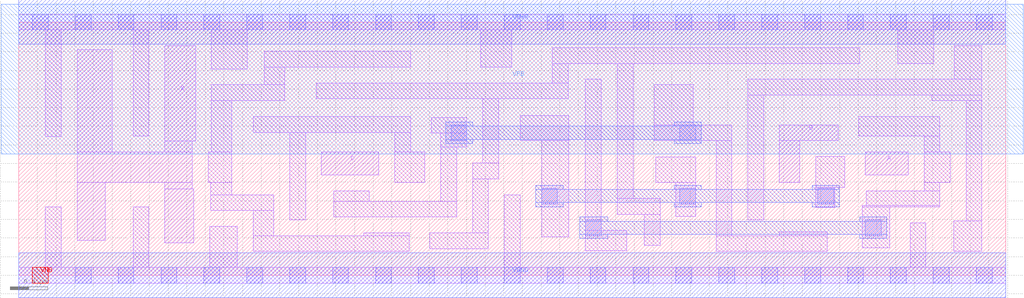
<source format=lef>
# Copyright 2020 The SkyWater PDK Authors
#
# Licensed under the Apache License, Version 2.0 (the "License");
# you may not use this file except in compliance with the License.
# You may obtain a copy of the License at
#
#     https://www.apache.org/licenses/LICENSE-2.0
#
# Unless required by applicable law or agreed to in writing, software
# distributed under the License is distributed on an "AS IS" BASIS,
# WITHOUT WARRANTIES OR CONDITIONS OF ANY KIND, either express or implied.
# See the License for the specific language governing permissions and
# limitations under the License.
#
# SPDX-License-Identifier: Apache-2.0

VERSION 5.7 ;
  NOWIREEXTENSIONATPIN ON ;
  DIVIDERCHAR "/" ;
  BUSBITCHARS "[]" ;
PROPERTYDEFINITIONS
  MACRO maskLayoutSubType STRING ;
  MACRO prCellType STRING ;
  MACRO originalViewName STRING ;
END PROPERTYDEFINITIONS
MACRO sky130_fd_sc_hdll__xnor3_4
  CLASS CORE ;
  FOREIGN sky130_fd_sc_hdll__xnor3_4 ;
  ORIGIN  0.000000  0.000000 ;
  SIZE  10.58000 BY  2.720000 ;
  SYMMETRY X Y R90 ;
  SITE unithd ;
  PIN A
    ANTENNAGATEAREA  0.276000 ;
    DIRECTION INPUT ;
    USE SIGNAL ;
    PORT
      LAYER li1 ;
        RECT 9.075000 1.075000 9.535000 1.325000 ;
    END
  END A
  PIN B
    ANTENNAGATEAREA  0.735900 ;
    DIRECTION INPUT ;
    USE SIGNAL ;
    PORT
      LAYER li1 ;
        RECT 8.155000 0.995000 8.375000 1.445000 ;
        RECT 8.155000 1.445000 8.785000 1.615000 ;
    END
  END B
  PIN C
    ANTENNAGATEAREA  0.425400 ;
    DIRECTION INPUT ;
    USE SIGNAL ;
    PORT
      LAYER li1 ;
        RECT 3.245000 1.075000 3.860000 1.325000 ;
    END
  END C
  PIN VGND
    ANTENNADIFFAREA  1.074800 ;
    DIRECTION INOUT ;
    USE SIGNAL ;
    PORT
      LAYER met1 ;
        RECT 0.000000 -0.240000 10.580000 0.240000 ;
    END
  END VGND
  PIN VPWR
    ANTENNADIFFAREA  1.500950 ;
    DIRECTION INOUT ;
    USE SIGNAL ;
    PORT
      LAYER met1 ;
        RECT 0.000000 2.480000 10.580000 2.960000 ;
    END
  END VPWR
  PIN X
    ANTENNADIFFAREA  0.996000 ;
    DIRECTION OUTPUT ;
    USE SIGNAL ;
    PORT
      LAYER li1 ;
        RECT 0.625000 0.375000 0.925000 0.995000 ;
        RECT 0.625000 0.995000 1.860000 1.325000 ;
        RECT 0.625000 1.325000 1.005000 2.425000 ;
        RECT 1.565000 0.350000 1.875000 0.925000 ;
        RECT 1.565000 0.925000 1.860000 0.995000 ;
        RECT 1.565000 1.325000 1.860000 1.440000 ;
        RECT 1.565000 1.440000 1.895000 2.465000 ;
    END
  END X
  PIN VNB
    DIRECTION INOUT ;
    USE GROUND ;
    PORT
      LAYER pwell ;
        RECT 0.145000 -0.085000 0.315000 0.085000 ;
    END
  END VNB
  PIN VPB
    DIRECTION INOUT ;
    USE POWER ;
    PORT
      LAYER nwell ;
        RECT -0.190000 1.305000 10.770000 2.910000 ;
    END
  END VPB
  OBS
    LAYER li1 ;
      RECT  0.000000 -0.085000 10.580000 0.085000 ;
      RECT  0.000000  2.635000 10.580000 2.805000 ;
      RECT  0.285000  0.085000  0.455000 0.735000 ;
      RECT  0.285000  1.490000  0.455000 2.635000 ;
      RECT  1.225000  0.085000  1.395000 0.735000 ;
      RECT  1.225000  1.495000  1.395000 2.635000 ;
      RECT  2.030000  0.995000  2.285000 1.325000 ;
      RECT  2.045000  0.085000  2.345000 0.525000 ;
      RECT  2.060000  0.695000  2.735000 0.865000 ;
      RECT  2.060000  0.865000  2.285000 0.995000 ;
      RECT  2.065000  1.325000  2.285000 1.875000 ;
      RECT  2.065000  1.875000  2.850000 2.045000 ;
      RECT  2.065000  2.215000  2.450000 2.635000 ;
      RECT  2.515000  0.255000  4.185000 0.425000 ;
      RECT  2.515000  0.425000  2.735000 0.695000 ;
      RECT  2.515000  1.535000  4.200000 1.705000 ;
      RECT  2.630000  2.045000  2.850000 2.235000 ;
      RECT  2.630000  2.235000  4.200000 2.405000 ;
      RECT  2.905000  0.595000  3.075000 1.535000 ;
      RECT  3.190000  1.895000  5.890000 2.065000 ;
      RECT  3.375000  0.625000  4.695000 0.795000 ;
      RECT  3.375000  0.795000  3.755000 0.905000 ;
      RECT  3.700000  0.425000  4.185000 0.455000 ;
      RECT  4.030000  0.995000  4.355000 1.325000 ;
      RECT  4.030000  1.325000  4.200000 1.535000 ;
      RECT  4.405000  0.285000  5.035000 0.455000 ;
      RECT  4.420000  1.525000  4.805000 1.695000 ;
      RECT  4.525000  0.795000  4.695000 1.375000 ;
      RECT  4.525000  1.375000  4.805000 1.525000 ;
      RECT  4.865000  0.455000  5.035000 1.035000 ;
      RECT  4.865000  1.035000  5.145000 1.205000 ;
      RECT  4.955000  2.235000  5.285000 2.635000 ;
      RECT  4.975000  1.205000  5.145000 1.895000 ;
      RECT  5.205000  0.085000  5.375000 0.865000 ;
      RECT  5.375000  1.445000  5.895000 1.715000 ;
      RECT  5.605000  0.415000  5.895000 1.445000 ;
      RECT  5.720000  2.065000  5.890000 2.275000 ;
      RECT  5.720000  2.275000  9.015000 2.445000 ;
      RECT  6.075000  0.265000  6.520000 0.485000 ;
      RECT  6.075000  0.485000  6.245000 2.105000 ;
      RECT  6.415000  0.655000  6.875000 0.825000 ;
      RECT  6.415000  0.825000  6.585000 2.275000 ;
      RECT  6.705000  0.320000  6.875000 0.655000 ;
      RECT  6.815000  1.445000  7.645000 1.615000 ;
      RECT  6.815000  1.615000  7.230000 2.045000 ;
      RECT  6.830000  0.995000  7.255000 1.270000 ;
      RECT  7.045000  0.630000  7.255000 0.995000 ;
      RECT  7.475000  0.255000  8.670000 0.425000 ;
      RECT  7.475000  0.425000  7.645000 1.445000 ;
      RECT  7.815000  0.595000  7.985000 1.935000 ;
      RECT  7.815000  1.935000 10.325000 2.105000 ;
      RECT  8.155000  0.425000  8.670000 0.465000 ;
      RECT  8.545000  0.730000  8.750000 0.945000 ;
      RECT  8.545000  0.945000  8.855000 1.275000 ;
      RECT  9.005000  1.495000  9.875000 1.705000 ;
      RECT  9.045000  0.295000  9.335000 0.735000 ;
      RECT  9.045000  0.735000  9.875000 0.750000 ;
      RECT  9.085000  0.750000  9.875000 0.905000 ;
      RECT  9.425000  2.275000  9.810000 2.635000 ;
      RECT  9.555000  0.085000  9.725000 0.565000 ;
      RECT  9.705000  0.905000  9.875000 0.995000 ;
      RECT  9.705000  0.995000  9.985000 1.325000 ;
      RECT  9.705000  1.325000  9.875000 1.495000 ;
      RECT  9.790000  1.875000 10.325000 1.935000 ;
      RECT 10.025000  0.255000 10.325000 0.585000 ;
      RECT 10.030000  2.105000 10.325000 2.465000 ;
      RECT 10.155000  0.585000 10.325000 1.875000 ;
    LAYER mcon ;
      RECT  0.145000 -0.085000  0.315000 0.085000 ;
      RECT  0.145000  2.635000  0.315000 2.805000 ;
      RECT  0.605000 -0.085000  0.775000 0.085000 ;
      RECT  0.605000  2.635000  0.775000 2.805000 ;
      RECT  1.065000 -0.085000  1.235000 0.085000 ;
      RECT  1.065000  2.635000  1.235000 2.805000 ;
      RECT  1.525000 -0.085000  1.695000 0.085000 ;
      RECT  1.525000  2.635000  1.695000 2.805000 ;
      RECT  1.985000 -0.085000  2.155000 0.085000 ;
      RECT  1.985000  2.635000  2.155000 2.805000 ;
      RECT  2.445000 -0.085000  2.615000 0.085000 ;
      RECT  2.445000  2.635000  2.615000 2.805000 ;
      RECT  2.905000 -0.085000  3.075000 0.085000 ;
      RECT  2.905000  2.635000  3.075000 2.805000 ;
      RECT  3.365000 -0.085000  3.535000 0.085000 ;
      RECT  3.365000  2.635000  3.535000 2.805000 ;
      RECT  3.825000 -0.085000  3.995000 0.085000 ;
      RECT  3.825000  2.635000  3.995000 2.805000 ;
      RECT  4.285000 -0.085000  4.455000 0.085000 ;
      RECT  4.285000  2.635000  4.455000 2.805000 ;
      RECT  4.635000  1.445000  4.805000 1.615000 ;
      RECT  4.745000 -0.085000  4.915000 0.085000 ;
      RECT  4.745000  2.635000  4.915000 2.805000 ;
      RECT  5.205000 -0.085000  5.375000 0.085000 ;
      RECT  5.205000  2.635000  5.375000 2.805000 ;
      RECT  5.605000  0.765000  5.775000 0.935000 ;
      RECT  5.665000 -0.085000  5.835000 0.085000 ;
      RECT  5.665000  2.635000  5.835000 2.805000 ;
      RECT  6.075000  0.425000  6.245000 0.595000 ;
      RECT  6.125000 -0.085000  6.295000 0.085000 ;
      RECT  6.125000  2.635000  6.295000 2.805000 ;
      RECT  6.585000 -0.085000  6.755000 0.085000 ;
      RECT  6.585000  2.635000  6.755000 2.805000 ;
      RECT  7.045000 -0.085000  7.215000 0.085000 ;
      RECT  7.045000  2.635000  7.215000 2.805000 ;
      RECT  7.085000  0.765000  7.255000 0.935000 ;
      RECT  7.085000  1.445000  7.255000 1.615000 ;
      RECT  7.505000 -0.085000  7.675000 0.085000 ;
      RECT  7.505000  2.635000  7.675000 2.805000 ;
      RECT  7.965000 -0.085000  8.135000 0.085000 ;
      RECT  7.965000  2.635000  8.135000 2.805000 ;
      RECT  8.425000 -0.085000  8.595000 0.085000 ;
      RECT  8.425000  2.635000  8.595000 2.805000 ;
      RECT  8.565000  0.765000  8.735000 0.935000 ;
      RECT  8.885000 -0.085000  9.055000 0.085000 ;
      RECT  8.885000  2.635000  9.055000 2.805000 ;
      RECT  9.075000  0.425000  9.245000 0.595000 ;
      RECT  9.345000 -0.085000  9.515000 0.085000 ;
      RECT  9.345000  2.635000  9.515000 2.805000 ;
      RECT  9.805000 -0.085000  9.975000 0.085000 ;
      RECT  9.805000  2.635000  9.975000 2.805000 ;
      RECT 10.265000 -0.085000 10.435000 0.085000 ;
      RECT 10.265000  2.635000 10.435000 2.805000 ;
    LAYER met1 ;
      RECT 4.575000 1.415000 4.865000 1.460000 ;
      RECT 4.575000 1.460000 7.315000 1.600000 ;
      RECT 4.575000 1.600000 4.865000 1.645000 ;
      RECT 5.545000 0.735000 5.835000 0.780000 ;
      RECT 5.545000 0.780000 8.795000 0.920000 ;
      RECT 5.545000 0.920000 5.835000 0.965000 ;
      RECT 6.015000 0.395000 6.315000 0.440000 ;
      RECT 6.015000 0.440000 9.305000 0.580000 ;
      RECT 6.015000 0.580000 6.315000 0.625000 ;
      RECT 7.025000 0.735000 7.315000 0.780000 ;
      RECT 7.025000 0.920000 7.315000 0.965000 ;
      RECT 7.025000 1.415000 7.315000 1.460000 ;
      RECT 7.025000 1.600000 7.315000 1.645000 ;
      RECT 8.505000 0.735000 8.795000 0.780000 ;
      RECT 8.505000 0.920000 8.795000 0.965000 ;
      RECT 9.015000 0.395000 9.305000 0.440000 ;
      RECT 9.015000 0.580000 9.305000 0.625000 ;
  END
  PROPERTY maskLayoutSubType "abstract" ;
  PROPERTY prCellType "standard" ;
  PROPERTY originalViewName "layout" ;
END sky130_fd_sc_hdll__xnor3_4
END LIBRARY

</source>
